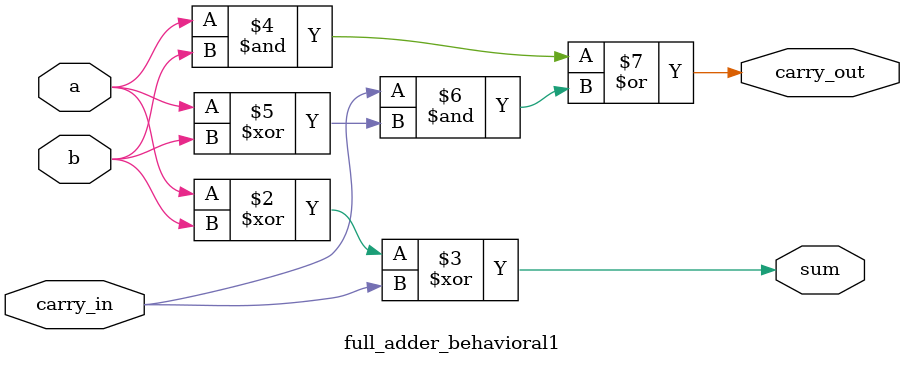
<source format=v>
module full_adder_behavioral1(input a, input b, input carry_in, output reg sum, output reg carry_out);

    //Behavioral style
    always @(a or b or carry_in) begin
        sum = a ^ b ^ carry_in;
        carry_out = (a & b) | (carry_in & (a ^ b));
    end

endmodule
</source>
